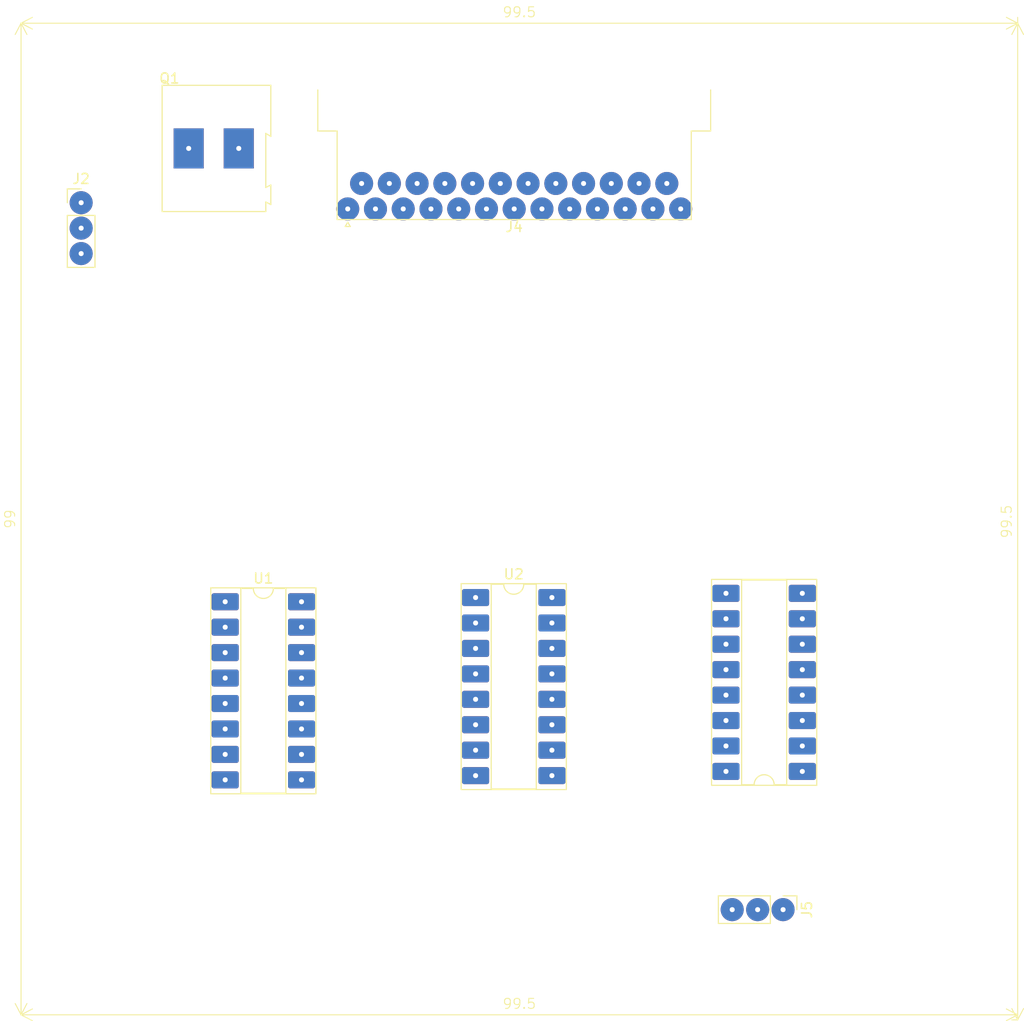
<source format=kicad_pcb>
(kicad_pcb (version 20241229) (generator "pcbnew") (generator_version "9.0")
  (layers (0 "F.Cu" signal) (2 "B.Cu" signal) (13 "F.Paste" user) (15 "B.Paste" user) (5 "F.SilkS" user "F.Silkscreen") (7 "B.SilkS" user "B.Silkscreen") (1 "F.Mask" user) (3 "B.Mask" user) (25 "Edge.Cuts" user))
  (net 0 "")
  (net 1 "VCC")
  (net 2 "GND")
  (net 3 "Net-(J2-Pin_2)")
  (net 4 "Net-(J2-Pin_3)")
  (net 5 "Net-(J2-Pin_1)")
  (net 6 "Net-(U2-QD)")
  (net 7 "Net-(U2-QE)")
  (net 8 "Net-(U2-QB)")
  (net 9 "Net-(U1-QB)")
  (net 10 "Net-(U1-QH)")
  (net 11 "Net-(J4-P16)")
  (net 12 "Net-(J4-P23)")
  (net 13 "Net-(J4-P20)")
  (net 14 "Net-(U1-QD)")
  (net 15 "Net-(J4-P15)")
  (net 16 "Net-(J4-P21)")
  (net 17 "Net-(J4-P22)")
  (net 18 "Net-(U2-QA)")
  (net 19 "Net-(U1-QF)")
  (net 20 "Net-(U2-QC)")
  (net 21 "Net-(U1-QG)")
  (net 22 "Net-(U1-QA)")
  (net 23 "Net-(J4-P18)")
  (net 24 "Net-(J4-P17)")
  (net 25 "Net-(J4-P14)")
  (net 26 "Net-(U1-QC)")
  (net 27 "Net-(J4-P24)")
  (net 28 "Net-(U1-QE)")
  (net 29 "Net-(J4-P19)")
  (net 30 "Net-(J5-Pin_1)")
  (net 31 "Net-(U1-QH')")
  (net 32 "Net-(U2-QH')")
  (footprint "Package_DIP:CERDIP-16_W7.62mm_SideBrazed_LongPads_Socket" (layer "F.Cu") (at 184 100.7 180)
    (property "Reference" "U3" (hide yes))
    (property "Value" "74HC595")
    (fp_line (start 6.06 19.11) (end 6.06 -1.33) (stroke (width 0.12)) (layer "F.SilkS"))
    (fp_line (start 6.06 -1.33) (end 4.81 -1.33) (stroke (width 0.12)) (layer "F.SilkS"))
    (fp_line (start 2.81 -1.33) (end 1.56 -1.33) (stroke (width 0.12)) (layer "F.SilkS"))
    (fp_line (start 1.56 19.11) (end 6.06 19.11) (stroke (width 0.12)) (layer "F.SilkS"))
    (fp_line (start 1.56 -1.33) (end 1.56 19.11) (stroke (width 0.12)) (layer "F.SilkS"))
    (fp_rect (start -1.44 -1.39) (end 9.06 19.17) (stroke (width 0.12)) (fill no) (layer "F.SilkS"))
    (fp_arc (start 4.81 -1.33) (mid 3.81 -0.33) (end 2.81 -1.33) (stroke (width 0.12)) (layer "F.SilkS"))
    (pad "1" thru_hole roundrect (at 0 0 180) (size 2.7 1.7) (drill 0.5) (layers "*.Cu" "*.Mask") (roundrect_rratio 0.125) (net 23 "Net-(J4-P18)"))
    (pad "2" thru_hole roundrect (at 0 2.54 180) (size 2.7 1.7) (drill 0.5) (layers "*.Cu" "*.Mask") (roundrect_rratio 0.125) (net 29 "Net-(J4-P19)"))
    (pad "3" thru_hole roundrect (at 0 5.08 180) (size 2.7 1.7) (drill 0.5) (layers "*.Cu" "*.Mask") (roundrect_rratio 0.125) (net 13 "Net-(J4-P20)"))
    (pad "4" thru_hole roundrect (at 0 7.62 180) (size 2.7 1.7) (drill 0.5) (layers "*.Cu" "*.Mask") (roundrect_rratio 0.125) (net 16 "Net-(J4-P21)"))
    (pad "5" thru_hole roundrect (at 0 10.16 180) (size 2.7 1.7) (drill 0.5) (layers "*.Cu" "*.Mask") (roundrect_rratio 0.125) (net 17 "Net-(J4-P22)"))
    (pad "6" thru_hole roundrect (at 0 12.7 180) (size 2.7 1.7) (drill 0.5) (layers "*.Cu" "*.Mask") (roundrect_rratio 0.125) (net 12 "Net-(J4-P23)"))
    (pad "7" thru_hole roundrect (at 0 15.24 180) (size 2.7 1.7) (drill 0.5) (layers "*.Cu" "*.Mask") (roundrect_rratio 0.125) (net 27 "Net-(J4-P24)"))
    (pad "8" thru_hole roundrect (at 0 17.78 180) (size 2.7 1.7) (drill 0.5) (layers "*.Cu" "*.Mask") (roundrect_rratio 0.125) (net 2 "GND"))
    (pad "9" thru_hole roundrect (at 7.62 17.78 180) (size 2.7 1.7) (drill 0.5) (layers "*.Cu" "*.Mask") (roundrect_rratio 0.125) (net 30 "Net-(J5-Pin_1)"))
    (pad "10" thru_hole roundrect (at 7.62 15.24 180) (size 2.7 1.7) (drill 0.5) (layers "*.Cu" "*.Mask") (roundrect_rratio 0.125) (net 1 "VCC"))
    (pad "11" thru_hole roundrect (at 7.62 12.7 180) (size 2.7 1.7) (drill 0.5) (layers "*.Cu" "*.Mask") (roundrect_rratio 0.125) (net 3 "Net-(J2-Pin_2)"))
    (pad "12" thru_hole roundrect (at 7.62 10.16 180) (size 2.7 1.7) (drill 0.5) (layers "*.Cu" "*.Mask") (roundrect_rratio 0.125) (net 5 "Net-(J2-Pin_1)"))
    (pad "13" thru_hole roundrect (at 7.62 7.62 180) (size 2.7 1.7) (drill 0.5) (layers "*.Cu" "*.Mask") (roundrect_rratio 0.125) (net 2 "GND"))
    (pad "14" thru_hole roundrect (at 7.62 5.08 180) (size 2.7 1.7) (drill 0.5) (layers "*.Cu" "*.Mask") (roundrect_rratio 0.125) (net 32 "Net-(U2-QH')"))
    (pad "15" thru_hole roundrect (at 7.62 2.54 180) (size 2.7 1.7) (drill 0.5) (layers "*.Cu" "*.Mask") (roundrect_rratio 0.125) (net 24 "Net-(J4-P17)"))
    (pad "16" thru_hole roundrect (at 7.62 0 180) (size 2.7 1.7) (drill 0.5) (layers "*.Cu" "*.Mask") (roundrect_rratio 0.125) (net 1 "VCC"))
  )
  (footprint "Connector_PinHeader_2.54mm:PinHeader_1x03_P2.54mm_Vertical" (layer "F.Cu") (at 112 43.92)
    (property "Reference" "J2" (at 0 -2.38 0) (layer "F.SilkS"))
    (property "Value" "Conn_01x03_Socket" (hide yes))
    (fp_line (start -1.38 -1.38) (end 0 -1.38) (stroke (width 0.12)) (layer "F.SilkS"))
    (fp_line (start -1.38 0) (end -1.38 -1.38) (stroke (width 0.12)) (layer "F.SilkS"))
    (fp_line (start -1.38 1.27) (end -1.38 6.46) (stroke (width 0.12)) (layer "F.SilkS"))
    (fp_line (start -1.38 1.27) (end 1.38 1.27) (stroke (width 0.12)) (layer "F.SilkS"))
    (fp_line (start -1.38 6.46) (end 1.38 6.46) (stroke (width 0.12)) (layer "F.SilkS"))
    (fp_line (start 1.38 1.27) (end 1.38 6.46) (stroke (width 0.12)) (layer "F.SilkS"))
    (pad "1" thru_hole circle (at 0 0) (size 2.3 2.3) (drill 0.5) (layers "*.Cu" "*.Mask") (net 5 "Net-(J2-Pin_1)"))
    (pad "2" thru_hole circle (at 0 2.54) (size 2.3 2.3) (drill 0.5) (layers "*.Cu" "*.Mask") (net 3 "Net-(J2-Pin_2)"))
    (pad "3" thru_hole circle (at 0 5.08) (size 2.3 2.3) (drill 0.5) (layers "*.Cu" "*.Mask") (net 4 "Net-(J2-Pin_3)"))
  )
  (footprint "TerminalBlock:TerminalBlock_Altech_AK300-2_P5.00mm" (layer "F.Cu") (at 122.735 38.5)
    (property "Reference" "Q1" (at -1.92 -6.99 0) (layer "F.SilkS"))
    (property "Value" "Screw_Terminal_01x02")
    (fp_line (start -2.65 -6.3) (end -2.65 6.3) (stroke (width 0.12)) (layer "F.SilkS"))
    (fp_line (start -2.65 6.3) (end 7.7 6.3) (stroke (width 0.12)) (layer "F.SilkS"))
    (fp_line (start 7.7 -1.5) (end 8.2 -1.2) (stroke (width 0.12)) (layer "F.SilkS"))
    (fp_line (start 7.7 3.9) (end 7.7 -1.5) (stroke (width 0.12)) (layer "F.SilkS"))
    (fp_line (start 7.7 5.35) (end 8.2 5.6) (stroke (width 0.12)) (layer "F.SilkS"))
    (fp_line (start 7.7 6.3) (end 7.7 5.35) (stroke (width 0.12)) (layer "F.SilkS"))
    (fp_line (start 8.2 -6.3) (end -2.65 -6.3) (stroke (width 0.12)) (layer "F.SilkS"))
    (fp_line (start 8.2 -1.2) (end 8.2 -6.3) (stroke (width 0.12)) (layer "F.SilkS"))
    (fp_line (start 8.2 3.65) (end 7.7 3.9) (stroke (width 0.12)) (layer "F.SilkS"))
    (fp_line (start 8.2 3.7) (end 8.2 3.65) (stroke (width 0.12)) (layer "F.SilkS"))
    (fp_line (start 8.2 5.6) (end 8.2 3.7) (stroke (width 0.12)) (layer "F.SilkS"))
    (pad "1" thru_hole rect (at 0 0) (size 3 4) (drill 0.5) (layers "*.Cu" "*.Mask") (net 1 "VCC"))
    (pad "2" thru_hole rect (at 5 0) (size 3 4) (drill 0.5) (layers "*.Cu" "*.Mask") (net 2 "GND"))
  )
  (footprint "Package_DIP:CERDIP-16_W7.62mm_SideBrazed_LongPads_Socket" (layer "F.Cu") (at 151.38 83.34)
    (property "Reference" "U2" (at 3.81 -2.33 0) (layer "F.SilkS"))
    (property "Value" "74HC595")
    (fp_line (start 1.56 -1.33) (end 1.56 19.11) (stroke (width 0.12)) (layer "F.SilkS"))
    (fp_line (start 1.56 19.11) (end 6.06 19.11) (stroke (width 0.12)) (layer "F.SilkS"))
    (fp_line (start 2.81 -1.33) (end 1.56 -1.33) (stroke (width 0.12)) (layer "F.SilkS"))
    (fp_line (start 6.06 -1.33) (end 4.81 -1.33) (stroke (width 0.12)) (layer "F.SilkS"))
    (fp_line (start 6.06 19.11) (end 6.06 -1.33) (stroke (width 0.12)) (layer "F.SilkS"))
    (fp_rect (start -1.44 -1.39) (end 9.06 19.17) (stroke (width 0.12)) (fill no) (layer "F.SilkS"))
    (fp_arc (start 4.81 -1.33) (mid 3.81 -0.33) (end 2.81 -1.33) (stroke (width 0.12)) (layer "F.SilkS"))
    (pad "1" thru_hole roundrect (at 0 0) (size 2.7 1.7) (drill 0.5) (layers "*.Cu" "*.Mask") (roundrect_rratio 0.125) (net 8 "Net-(U2-QB)"))
    (pad "2" thru_hole roundrect (at 0 2.54) (size 2.7 1.7) (drill 0.5) (layers "*.Cu" "*.Mask") (roundrect_rratio 0.125) (net 20 "Net-(U2-QC)"))
    (pad "3" thru_hole roundrect (at 0 5.08) (size 2.7 1.7) (drill 0.5) (layers "*.Cu" "*.Mask") (roundrect_rratio 0.125) (net 6 "Net-(U2-QD)"))
    (pad "4" thru_hole roundrect (at 0 7.62) (size 2.7 1.7) (drill 0.5) (layers "*.Cu" "*.Mask") (roundrect_rratio 0.125) (net 7 "Net-(U2-QE)"))
    (pad "5" thru_hole roundrect (at 0 10.16) (size 2.7 1.7) (drill 0.5) (layers "*.Cu" "*.Mask") (roundrect_rratio 0.125) (net 25 "Net-(J4-P14)"))
    (pad "6" thru_hole roundrect (at 0 12.7) (size 2.7 1.7) (drill 0.5) (layers "*.Cu" "*.Mask") (roundrect_rratio 0.125) (net 15 "Net-(J4-P15)"))
    (pad "7" thru_hole roundrect (at 0 15.24) (size 2.7 1.7) (drill 0.5) (layers "*.Cu" "*.Mask") (roundrect_rratio 0.125) (net 11 "Net-(J4-P16)"))
    (pad "8" thru_hole roundrect (at 0 17.78) (size 2.7 1.7) (drill 0.5) (layers "*.Cu" "*.Mask") (roundrect_rratio 0.125) (net 2 "GND"))
    (pad "9" thru_hole roundrect (at 7.62 17.78) (size 2.7 1.7) (drill 0.5) (layers "*.Cu" "*.Mask") (roundrect_rratio 0.125) (net 32 "Net-(U2-QH')"))
    (pad "10" thru_hole roundrect (at 7.62 15.24) (size 2.7 1.7) (drill 0.5) (layers "*.Cu" "*.Mask") (roundrect_rratio 0.125) (net 1 "VCC"))
    (pad "11" thru_hole roundrect (at 7.62 12.7) (size 2.7 1.7) (drill 0.5) (layers "*.Cu" "*.Mask") (roundrect_rratio 0.125) (net 3 "Net-(J2-Pin_2)"))
    (pad "12" thru_hole roundrect (at 7.62 10.16) (size 2.7 1.7) (drill 0.5) (layers "*.Cu" "*.Mask") (roundrect_rratio 0.125) (net 5 "Net-(J2-Pin_1)"))
    (pad "13" thru_hole roundrect (at 7.62 7.62) (size 2.7 1.7) (drill 0.5) (layers "*.Cu" "*.Mask") (roundrect_rratio 0.125) (net 2 "GND"))
    (pad "14" thru_hole roundrect (at 7.62 5.08) (size 2.7 1.7) (drill 0.5) (layers "*.Cu" "*.Mask") (roundrect_rratio 0.125) (net 31 "Net-(U1-QH')"))
    (pad "15" thru_hole roundrect (at 7.62 2.54) (size 2.7 1.7) (drill 0.5) (layers "*.Cu" "*.Mask") (roundrect_rratio 0.125) (net 18 "Net-(U2-QA)"))
    (pad "16" thru_hole roundrect (at 7.62 0) (size 2.7 1.7) (drill 0.5) (layers "*.Cu" "*.Mask") (roundrect_rratio 0.125) (net 1 "VCC"))
  )
  (footprint "Package_DIP:CERDIP-16_W7.62mm_SideBrazed_LongPads_Socket" (layer "F.Cu") (at 126.38 83.76)
    (property "Reference" "U1" (at 3.81 -2.33 0) (layer "F.SilkS"))
    (property "Value" "74HC595")
    (fp_line (start 1.56 -1.33) (end 1.56 19.11) (stroke (width 0.12)) (layer "F.SilkS"))
    (fp_line (start 1.56 19.11) (end 6.06 19.11) (stroke (width 0.12)) (layer "F.SilkS"))
    (fp_line (start 2.81 -1.33) (end 1.56 -1.33) (stroke (width 0.12)) (layer "F.SilkS"))
    (fp_line (start 6.06 -1.33) (end 4.81 -1.33) (stroke (width 0.12)) (layer "F.SilkS"))
    (fp_line (start 6.06 19.11) (end 6.06 -1.33) (stroke (width 0.12)) (layer "F.SilkS"))
    (fp_rect (start -1.44 -1.39) (end 9.06 19.17) (stroke (width 0.12)) (fill no) (layer "F.SilkS"))
    (fp_arc (start 4.81 -1.33) (mid 3.81 -0.33) (end 2.81 -1.33) (stroke (width 0.12)) (layer "F.SilkS"))
    (pad "1" thru_hole roundrect (at 0 0) (size 2.7 1.7) (drill 0.5) (layers "*.Cu" "*.Mask") (roundrect_rratio 0.125) (net 9 "Net-(U1-QB)"))
    (pad "2" thru_hole roundrect (at 0 2.54) (size 2.7 1.7) (drill 0.5) (layers "*.Cu" "*.Mask") (roundrect_rratio 0.125) (net 26 "Net-(U1-QC)"))
    (pad "3" thru_hole roundrect (at 0 5.08) (size 2.7 1.7) (drill 0.5) (layers "*.Cu" "*.Mask") (roundrect_rratio 0.125) (net 14 "Net-(U1-QD)"))
    (pad "4" thru_hole roundrect (at 0 7.62) (size 2.7 1.7) (drill 0.5) (layers "*.Cu" "*.Mask") (roundrect_rratio 0.125) (net 28 "Net-(U1-QE)"))
    (pad "5" thru_hole roundrect (at 0 10.16) (size 2.7 1.7) (drill 0.5) (layers "*.Cu" "*.Mask") (roundrect_rratio 0.125) (net 19 "Net-(U1-QF)"))
    (pad "6" thru_hole roundrect (at 0 12.7) (size 2.7 1.7) (drill 0.5) (layers "*.Cu" "*.Mask") (roundrect_rratio 0.125) (net 21 "Net-(U1-QG)"))
    (pad "7" thru_hole roundrect (at 0 15.24) (size 2.7 1.7) (drill 0.5) (layers "*.Cu" "*.Mask") (roundrect_rratio 0.125) (net 10 "Net-(U1-QH)"))
    (pad "8" thru_hole roundrect (at 0 17.78) (size 2.7 1.7) (drill 0.5) (layers "*.Cu" "*.Mask") (roundrect_rratio 0.125) (net 2 "GND"))
    (pad "9" thru_hole roundrect (at 7.62 17.78) (size 2.7 1.7) (drill 0.5) (layers "*.Cu" "*.Mask") (roundrect_rratio 0.125) (net 31 "Net-(U1-QH')"))
    (pad "10" thru_hole roundrect (at 7.62 15.24) (size 2.7 1.7) (drill 0.5) (layers "*.Cu" "*.Mask") (roundrect_rratio 0.125) (net 1 "VCC"))
    (pad "11" thru_hole roundrect (at 7.62 12.7) (size 2.7 1.7) (drill 0.5) (layers "*.Cu" "*.Mask") (roundrect_rratio 0.125) (net 3 "Net-(J2-Pin_2)"))
    (pad "12" thru_hole roundrect (at 7.62 10.16) (size 2.7 1.7) (drill 0.5) (layers "*.Cu" "*.Mask") (roundrect_rratio 0.125) (net 5 "Net-(J2-Pin_1)"))
    (pad "13" thru_hole roundrect (at 7.62 7.62) (size 2.7 1.7) (drill 0.5) (layers "*.Cu" "*.Mask") (roundrect_rratio 0.125) (net 2 "GND"))
    (pad "14" thru_hole roundrect (at 7.62 5.08) (size 2.7 1.7) (drill 0.5) (layers "*.Cu" "*.Mask") (roundrect_rratio 0.125) (net 4 "Net-(J2-Pin_3)"))
    (pad "15" thru_hole roundrect (at 7.62 2.54) (size 2.7 1.7) (drill 0.5) (layers "*.Cu" "*.Mask") (roundrect_rratio 0.125) (net 22 "Net-(U1-QA)"))
    (pad "16" thru_hole roundrect (at 7.62 0) (size 2.7 1.7) (drill 0.5) (layers "*.Cu" "*.Mask") (roundrect_rratio 0.125) (net 1 "VCC"))
  )
  (footprint "Connector_Dsub:DSUB-25_Socket_Horizontal_P2.77x2.54mm_EdgePinOffset9.40mm" (layer "F.Cu") (at 138.615 44.54 180)
    (property "Reference" "J4" (at -16.62 -1.8 0) (layer "F.SilkS"))
    (property "Value" "DB25_Pins")
    (fp_line (start 2.99 7.78) (end 2.99 11.88) (stroke (width 0.12)) (layer "F.SilkS"))
    (fp_line (start 1.06 7.78) (end 2.99 7.78) (stroke (width 0.12)) (layer "F.SilkS"))
    (fp_line (start 1.06 -1.06) (end 1.06 7.78) (stroke (width 0.12)) (layer "F.SilkS"))
    (fp_line (start 0.25 -1.754338) (end 0 -1.321325) (stroke (width 0.12)) (layer "F.SilkS"))
    (fp_line (start 0 -1.321325) (end -0.25 -1.754338) (stroke (width 0.12)) (layer "F.SilkS"))
    (fp_line (start -0.25 -1.754338) (end 0.25 -1.754338) (stroke (width 0.12)) (layer "F.SilkS"))
    (fp_line (start -34.3 7.78) (end -34.3 -1.06) (stroke (width 0.12)) (layer "F.SilkS"))
    (fp_line (start -34.3 -1.06) (end 1.06 -1.06) (stroke (width 0.12)) (layer "F.SilkS"))
    (fp_line (start -36.23 11.88) (end -36.23 7.78) (stroke (width 0.12)) (layer "F.SilkS"))
    (fp_line (start -36.23 7.78) (end -34.3 7.78) (stroke (width 0.12)) (layer "F.SilkS"))
    (pad "1" thru_hole circle (at 0 0 180) (size 2.3 2.3) (drill 0.5) (layers "*.Cu" "*.Mask") (net 22 "Net-(U1-QA)"))
    (pad "2" thru_hole circle (at -2.77 0 180) (size 2.3 2.3) (drill 0.5) (layers "*.Cu" "*.Mask") (net 9 "Net-(U1-QB)"))
    (pad "3" thru_hole circle (at -5.54 0 180) (size 2.3 2.3) (drill 0.5) (layers "*.Cu" "*.Mask") (net 26 "Net-(U1-QC)"))
    (pad "4" thru_hole circle (at -8.31 0 180) (size 2.3 2.3) (drill 0.5) (layers "*.Cu" "*.Mask") (net 14 "Net-(U1-QD)"))
    (pad "5" thru_hole circle (at -11.08 0 180) (size 2.3 2.3) (drill 0.5) (layers "*.Cu" "*.Mask") (net 28 "Net-(U1-QE)"))
    (pad "6" thru_hole circle (at -13.85 0 180) (size 2.3 2.3) (drill 0.5) (layers "*.Cu" "*.Mask") (net 19 "Net-(U1-QF)"))
    (pad "7" thru_hole circle (at -16.62 0 180) (size 2.3 2.3) (drill 0.5) (layers "*.Cu" "*.Mask") (net 21 "Net-(U1-QG)"))
    (pad "8" thru_hole circle (at -19.39 0 180) (size 2.3 2.3) (drill 0.5) (layers "*.Cu" "*.Mask") (net 10 "Net-(U1-QH)"))
    (pad "9" thru_hole circle (at -22.16 0 180) (size 2.3 2.3) (drill 0.5) (layers "*.Cu" "*.Mask") (net 18 "Net-(U2-QA)"))
    (pad "10" thru_hole circle (at -24.93 0 180) (size 2.3 2.3) (drill 0.5) (layers "*.Cu" "*.Mask") (net 8 "Net-(U2-QB)"))
    (pad "11" thru_hole circle (at -27.7 0 180) (size 2.3 2.3) (drill 0.5) (layers "*.Cu" "*.Mask") (net 20 "Net-(U2-QC)"))
    (pad "12" thru_hole circle (at -30.47 0 180) (size 2.3 2.3) (drill 0.5) (layers "*.Cu" "*.Mask") (net 6 "Net-(U2-QD)"))
    (pad "13" thru_hole circle (at -33.24 0 180) (size 2.3 2.3) (drill 0.5) (layers "*.Cu" "*.Mask") (net 7 "Net-(U2-QE)"))
    (pad "14" thru_hole circle (at -1.385 2.54 180) (size 2.3 2.3) (drill 0.5) (layers "*.Cu" "*.Mask") (net 25 "Net-(J4-P14)"))
    (pad "15" thru_hole circle (at -4.155 2.54 180) (size 2.3 2.3) (drill 0.5) (layers "*.Cu" "*.Mask") (net 15 "Net-(J4-P15)"))
    (pad "16" thru_hole circle (at -6.925 2.54 180) (size 2.3 2.3) (drill 0.5) (layers "*.Cu" "*.Mask") (net 11 "Net-(J4-P16)"))
    (pad "17" thru_hole circle (at -9.695 2.54 180) (size 2.3 2.3) (drill 0.5) (layers "*.Cu" "*.Mask") (net 24 "Net-(J4-P17)"))
    (pad "18" thru_hole circle (at -12.465 2.54 180) (size 2.3 2.3) (drill 0.5) (layers "*.Cu" "*.Mask") (net 23 "Net-(J4-P18)"))
    (pad "19" thru_hole circle (at -15.235 2.54 180) (size 2.3 2.3) (drill 0.5) (layers "*.Cu" "*.Mask") (net 29 "Net-(J4-P19)"))
    (pad "20" thru_hole circle (at -18.005 2.54 180) (size 2.3 2.3) (drill 0.5) (layers "*.Cu" "*.Mask") (net 13 "Net-(J4-P20)"))
    (pad "21" thru_hole circle (at -20.775 2.54 180) (size 2.3 2.3) (drill 0.5) (layers "*.Cu" "*.Mask") (net 16 "Net-(J4-P21)"))
    (pad "22" thru_hole circle (at -23.545 2.54 180) (size 2.3 2.3) (drill 0.5) (layers "*.Cu" "*.Mask") (net 17 "Net-(J4-P22)"))
    (pad "23" thru_hole circle (at -26.315 2.54 180) (size 2.3 2.3) (drill 0.5) (layers "*.Cu" "*.Mask") (net 12 "Net-(J4-P23)"))
    (pad "24" thru_hole circle (at -29.085 2.54 180) (size 2.3 2.3) (drill 0.5) (layers "*.Cu" "*.Mask") (net 27 "Net-(J4-P24)"))
    (pad "25" thru_hole circle (at -31.855 2.54 180) (size 2.3 2.3) (drill 0.5) (layers "*.Cu" "*.Mask"))
  )
  (footprint "Connector_PinHeader_2.54mm:PinHeader_1x03_P2.54mm_Vertical" (layer "F.Cu") (at 182.08 114.5 -90)
    (property "Reference" "J5" (at 0 -2.38 90) (layer "F.SilkS"))
    (property "Value" "Conn_01x03_Pin" (hide yes))
    (fp_line (start -1.38 6.46) (end 1.38 6.46) (stroke (width 0.12)) (layer "F.SilkS"))
    (fp_line (start -1.38 1.27) (end -1.38 6.46) (stroke (width 0.12)) (layer "F.SilkS"))
    (fp_line (start -1.38 1.27) (end 1.38 1.27) (stroke (width 0.12)) (layer "F.SilkS"))
    (fp_line (start 1.38 1.27) (end 1.38 6.46) (stroke (width 0.12)) (layer "F.SilkS"))
    (fp_line (start -1.38 0) (end -1.38 -1.38) (stroke (width 0.12)) (layer "F.SilkS"))
    (fp_line (start -1.38 -1.38) (end 0 -1.38) (stroke (width 0.12)) (layer "F.SilkS"))
    (pad "1" thru_hole circle (at 0 0 270) (size 2.3 2.3) (drill 0.5) (layers "*.Cu" "*.Mask") (net 30 "Net-(J5-Pin_1)"))
    (pad "2" thru_hole circle (at 0 2.54 270) (size 2.3 2.3) (drill 0.5) (layers "*.Cu" "*.Mask") (net 3 "Net-(J2-Pin_2)"))
    (pad "3" thru_hole circle (at 0 5.08 270) (size 2.3 2.3) (drill 0.5) (layers "*.Cu" "*.Mask") (net 5 "Net-(J2-Pin_1)"))
  )
  (dimension (type orthogonal) (layer "F.SilkS") (pts (xy 205.5 26) (xy 206 125.5)) (height 0) (orientation 1) (format (prefix "") (suffix "") (units 3) (units_format 0) (precision 4) (suppress_zeroes yes)) (style (thickness 0.1) (arrow_length 1.27) (text_position_mode 0) (arrow_direction outward) (extension_height 0.58642) (extension_offset 0.5) (keep_text_aligned yes)) (gr_text "99.5" (at 204.4 75.75 90) (layer "F.SilkS") (effects (font (size 1 1) (thickness 0.1)))))
  (dimension (type orthogonal) (layer "F.SilkS") (pts (xy 106 125) (xy 106 26)) (height 0) (orientation 1) (format (prefix "") (suffix "") (units 3) (units_format 0) (precision 4) (suppress_zeroes yes)) (style (thickness 0.1) (arrow_length 1.27) (text_position_mode 0) (arrow_direction outward) (extension_height 0.58642) (extension_offset 0.5) (keep_text_aligned yes)) (gr_text "99" (at 104.9 75.5 90) (layer "F.SilkS") (effects (font (size 1 1) (thickness 0.1)))))
  (dimension (type orthogonal) (layer "F.SilkS") (pts (xy 205.5 125) (xy 106 125.5)) (height 0) (orientation 0) (format (prefix "") (suffix "") (units 3) (units_format 0) (precision 4) (suppress_zeroes yes)) (style (thickness 0.1) (arrow_length 1.27) (text_position_mode 0) (arrow_direction outward) (extension_height 0.58642) (extension_offset 0.5) (keep_text_aligned yes)) (gr_text "99.5" (at 155.75 123.9 0) (layer "F.SilkS") (effects (font (size 1 1) (thickness 0.1)))))
  (dimension (type orthogonal) (layer "F.SilkS") (pts (xy 106 26) (xy 205.5 26.5)) (height 0) (orientation 0) (format (prefix "") (suffix "") (units 3) (units_format 0) (precision 4) (suppress_zeroes yes)) (style (thickness 0.1) (arrow_length 1.27) (text_position_mode 0) (arrow_direction outward) (extension_height 0.58642) (extension_offset 0.5) (keep_text_aligned yes)) (gr_text "99.5" (at 155.75 24.9 0) (layer "F.SilkS") (effects (font (size 1 1) (thickness 0.1)))))
)
</source>
